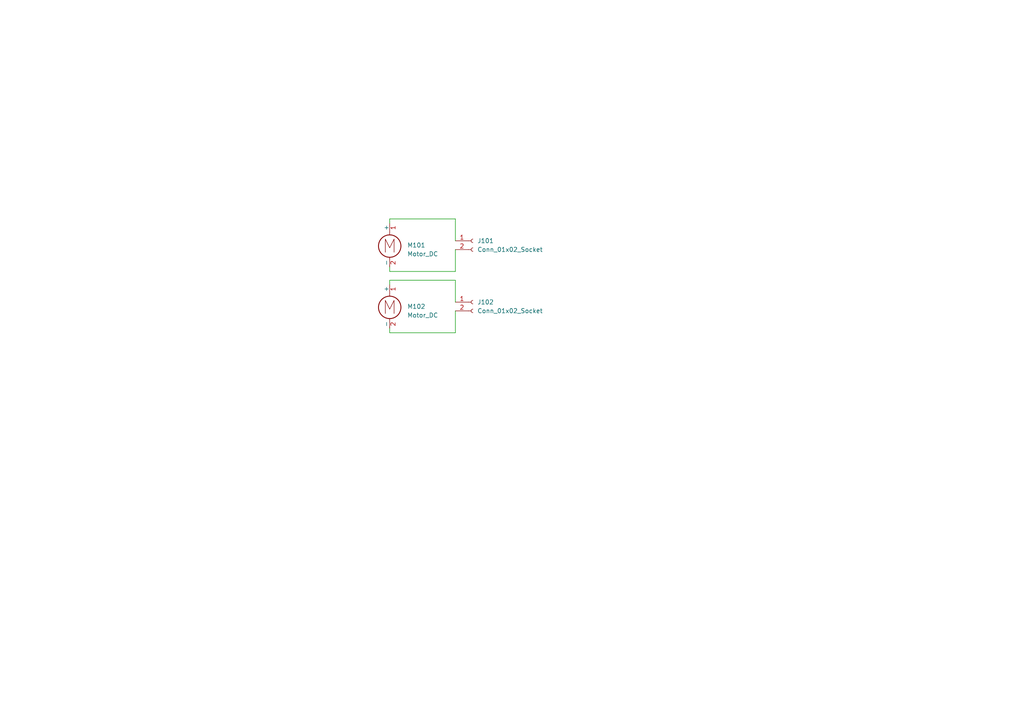
<source format=kicad_sch>
(kicad_sch (version 20231120) (generator "eeschema") (generator_version "8.0")
  (paper "A4")
  (lib_symbols
    (symbol "Connector:Conn_01x02_Socket" (pin_names (offset 1.016) hide)
      (property "Reference" "J" (at 0 2.54 0))
      (property "Value" "Conn_01x02_Socket" (at 0 -5.08 0))
      (symbol "Conn_01x02_Socket_1_1"
        (arc (start 0 -2.032) (mid -0.5058 -2.54) (end 0 -3.048) (stroke (width 0.1524)))
        (polyline (pts (xy -1.27 -2.54) (xy -0.508 -2.54)) (stroke (width 0.1524)))
        (polyline (pts (xy -1.27 0) (xy -0.508 0)) (stroke (width 0.1524)))
        (arc (start 0 0.508) (mid -0.5058 0) (end 0 -0.508) (stroke (width 0.1524)))
        (pin passive line (at -5.08 0 0) (length 3.81) (name "Pin_1") (number "1"))
        (pin passive line (at -5.08 -2.54 0) (length 3.81) (name "Pin_2") (number "2"))
      )
    )
    (symbol "Motor:Motor_DC" (pin_names (offset 0))
      (property "Reference" "M" (at 2.54 2.54 0))
      (property "Value" "Motor_DC" (at 2.54 -5.08 0))
      (symbol "Motor_DC_0_0"
        (polyline (pts (xy -1.27 -3.302) (xy -1.27 0.508) (xy 0 -2.032) (xy 1.27 0.508) (xy 1.27 -3.302)))
      )
      (symbol "Motor_DC_0_1"
        (circle (center 0 -1.524) (radius 3.2512) (stroke (width 0.254)))
        (polyline (pts (xy 0 -7.62) (xy 0 -7.112)))
        (polyline (pts (xy 0 -4.7752) (xy 0 -5.1816)))
        (polyline (pts (xy 0 1.7272) (xy 0 2.0828)))
        (polyline (pts (xy 0 2.032) (xy 0 2.54)))
      )
      (symbol "Motor_DC_1_1"
        (pin passive line (at 0 5.08 270) (length 2.54) (name "+") (number "1"))
        (pin passive line (at 0 -7.62 90) (length 2.54) (name "-") (number "2"))
      )
    )
  )
  (wire (pts (xy 113.03 77.47) (xy 113.03 78.74)))
  (wire (pts (xy 113.03 82.55) (xy 113.03 81.28)))
  (wire (pts (xy 132.08 78.74) (xy 113.03 78.74)))
  (wire (pts (xy 113.03 81.28) (xy 132.08 81.28)))
  (wire (pts (xy 132.08 63.5) (xy 132.08 69.85)))
  (wire (pts (xy 113.03 64.77) (xy 113.03 63.5)))
  (wire (pts (xy 132.08 72.39) (xy 132.08 78.74)))
  (wire (pts (xy 113.03 95.25) (xy 113.03 96.52)))
  (wire (pts (xy 132.08 90.17) (xy 132.08 96.52)))
  (wire (pts (xy 132.08 81.28) (xy 132.08 87.63)))
  (wire (pts (xy 132.08 96.52) (xy 113.03 96.52)))
  (wire (pts (xy 113.03 63.5) (xy 132.08 63.5)))
  (symbol (lib_id "Motor:Motor_DC") (at 113.03 69.85 0) (unit 1)
    (property "Reference" "M101" (at 118.11 71.1199 0) (effects (justify left)))
    (property "Value" "Motor_DC" (at 118.11 73.6599 0) (effects (justify left)))
    (property "Footprint" "Custom:Chihai_CHR_GM16" (effects (hide yes)))
  )
  (symbol (lib_id "Connector:Conn_01x02_Socket") (at 137.16 87.63 0) (unit 1)
    (property "Reference" "J102" (at 138.43 87.6299 0) (effects (justify left)))
    (property "Value" "Conn_01x02_Socket" (at 138.43 90.1699 0) (effects (justify left)))
    (property "Footprint" "Connector_JST:JST_PH_S2B-PH-SM4-TB_1x02-1MP_P2.00mm_Horizontal" (effects (hide yes)))
  )
  (symbol (lib_id "Motor:Motor_DC") (at 113.03 87.63 0) (unit 1)
    (property "Reference" "M102" (at 118.11 88.8999 0) (effects (justify left)))
    (property "Value" "Motor_DC" (at 118.11 91.4399 0) (effects (justify left)))
    (property "Footprint" "Custom:Chihai_CHR_GM16" (effects (hide yes)))
  )
  (symbol (lib_id "Connector:Conn_01x02_Socket") (at 137.16 69.85 0) (unit 1)
    (property "Reference" "J101" (at 138.43 69.8499 0) (effects (justify left)))
    (property "Value" "Conn_01x02_Socket" (at 138.43 72.3899 0) (effects (justify left)))
    (property "Footprint" "Connector_JST:JST_PH_S2B-PH-SM4-TB_1x02-1MP_P2.00mm_Horizontal" (effects (hide yes)))
  )
)
</source>
